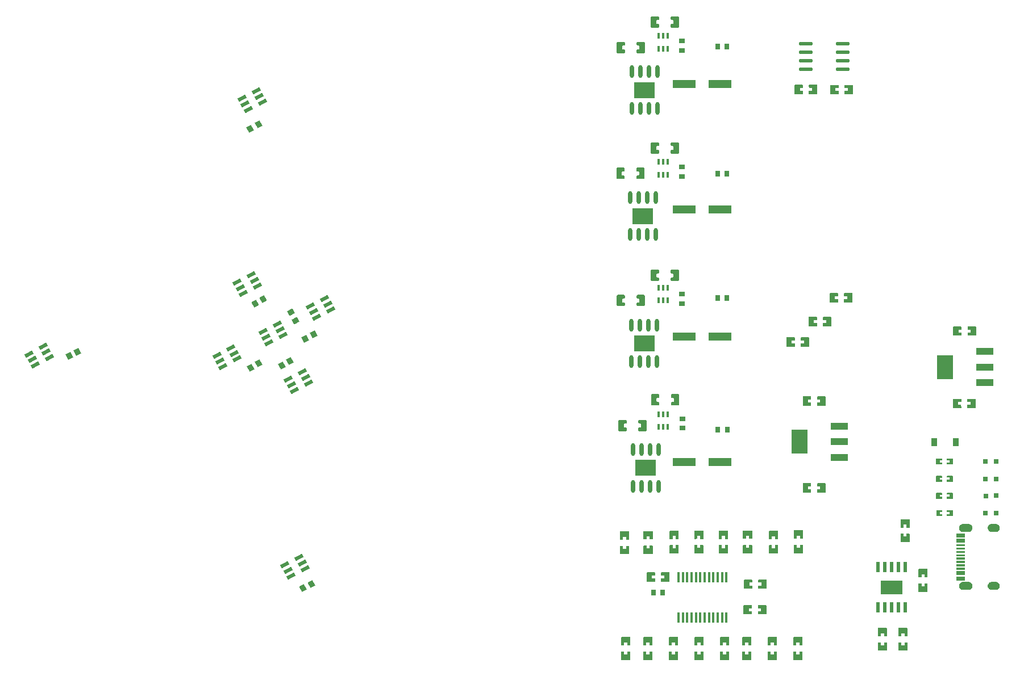
<source format=gtp>
G04 Layer: TopPasteMaskLayer*
G04 EasyEDA Pro v2.2.35.2, 2025-02-07 11:44:48*
G04 Gerber Generator version 0.3*
G04 Scale: 100 percent, Rotated: No, Reflected: No*
G04 Dimensions in millimeters*
G04 Leading zeros omitted, absolute positions, 4 integers and 5 decimals*
%FSLAX45Y45*%
%MOMM*%
%AMRect*21,1,$1,$2,0,0,$3*%
%ADD10R,0.8X0.9*%
%ADD11Rect,0.8X0.9X28.3*%
%ADD12Rect,0.8X0.9X-152.16*%
%ADD13Rect,0.8X0.9X-151.31*%
%ADD14Rect,0.8X0.9X26.57*%
%ADD15Rect,0.8X0.9X-151.44*%
%ADD16Rect,0.8X0.9X-150.95*%
%ADD17Rect,0.8X0.9X-153.43*%
%ADD18Rect,0.8052X0.9X118.86*%
%ADD19Rect,0.8X0.9X118.86*%
%ADD20R,0.8X0.9*%
%ADD21R,0.9X0.8*%
%ADD22R,0.8X0.8*%
%ADD23R,2.49999X1.1*%
%ADD24R,2.34X3.59999*%
%ADD25R,0.6X1.5*%
%ADD26R,3.29999X2.1*%
%ADD27R,0.4X1.65001*%
%ADD28Rect,1.3X0.55001X27.81*%
%ADD29O,0.60201X1.94099*%
%ADD30R,3.09801X2.41*%
%ADD31R,0.91001X1.21999*%
%ADD32O,2.045X0.58801*%
%ADD33Rect,1.3X0.55001X29.05*%
%ADD34Rect,1.3X0.55001X28.13*%
%ADD35Rect,1.3X0.55001X27.79*%
%ADD36R,0.31501X0.84099*%
%ADD37R,3.49999X1.2*%
G75*


G04 PolygonModel Start*
G36*
G01X15480924Y5103969D02*
G01X15480924Y4975971D01*
G01X15475923Y4970970D01*
G01X15360922Y4970970D01*
G01X15355923Y4975971D01*
G01X15355420Y5016974D01*
G01X15400421Y5016974D01*
G01X15400421Y5061973D01*
G01X15356421Y5061973D01*
G01X15355923Y5103969D01*
G01X15360922Y5108971D01*
G01X15475923Y5108971D01*
G01X15480924Y5103969D01*
G37*
G36*
G01X15139929Y4975969D02*
G01X15139929Y5103967D01*
G01X15144930Y5108968D01*
G01X15259931Y5108968D01*
G01X15264930Y5103967D01*
G01X15265433Y5062964D01*
G01X15220432Y5062964D01*
G01X15220432Y5017965D01*
G01X15264432Y5017965D01*
G01X15264930Y4975969D01*
G01X15259931Y4970967D01*
G01X15144930Y4970967D01*
G01X15139929Y4975969D01*
G37*
G36*
G01X15135764Y3896947D02*
G01X15135764Y4024945D01*
G01X15140766Y4029947D01*
G01X15255767Y4029947D01*
G01X15260766Y4024945D01*
G01X15261268Y3983942D01*
G01X15216267Y3983942D01*
G01X15216267Y3938944D01*
G01X15260268Y3938944D01*
G01X15260766Y3896947D01*
G01X15255767Y3891946D01*
G01X15140766Y3891946D01*
G01X15135764Y3896947D01*
G37*
G36*
G01X15476759Y4024948D02*
G01X15476759Y3896950D01*
G01X15471758Y3891949D01*
G01X15356757Y3891949D01*
G01X15351758Y3896950D01*
G01X15351256Y3937953D01*
G01X15396257Y3937953D01*
G01X15396257Y3982952D01*
G01X15352256Y3982952D01*
G01X15351758Y4024948D01*
G01X15356757Y4029949D01*
G01X15471758Y4029949D01*
G01X15476759Y4024948D01*
G37*
G36*
G01X13240089Y4060863D02*
G01X13240089Y3932865D01*
G01X13235088Y3927863D01*
G01X13120087Y3927863D01*
G01X13115088Y3932865D01*
G01X13114585Y3973868D01*
G01X13159586Y3973868D01*
G01X13159586Y4018866D01*
G01X13115586Y4018866D01*
G01X13115088Y4060863D01*
G01X13120087Y4065864D01*
G01X13235088Y4065864D01*
G01X13240089Y4060863D01*
G37*
G36*
G01X12899094Y3932862D02*
G01X12899094Y4060860D01*
G01X12904095Y4065862D01*
G01X13019096Y4065862D01*
G01X13024095Y4060860D01*
G01X13024598Y4019857D01*
G01X12979597Y4019857D01*
G01X12979597Y3974858D01*
G01X13023597Y3974858D01*
G01X13024095Y3932862D01*
G01X13019096Y3927861D01*
G01X12904095Y3927861D01*
G01X12899094Y3932862D01*
G37*
G36*
G01X12899094Y2637462D02*
G01X12899094Y2765461D01*
G01X12904095Y2770462D01*
G01X13019096Y2770462D01*
G01X13024095Y2765461D01*
G01X13024598Y2724457D01*
G01X12979597Y2724457D01*
G01X12979597Y2679459D01*
G01X13023597Y2679459D01*
G01X13024095Y2637462D01*
G01X13019096Y2632461D01*
G01X12904095Y2632461D01*
G01X12899094Y2637462D01*
G37*
G36*
G01X13240089Y2765463D02*
G01X13240089Y2637465D01*
G01X13235088Y2632464D01*
G01X13120087Y2632464D01*
G01X13115088Y2637465D01*
G01X13114585Y2678468D01*
G01X13159586Y2678468D01*
G01X13159586Y2723467D01*
G01X13115586Y2723467D01*
G01X13115088Y2765463D01*
G01X13120087Y2770464D01*
G01X13235088Y2770464D01*
G01X13240089Y2765463D01*
G37*
G36*
G01X10573703Y1307600D02*
G01X10573703Y1435598D01*
G01X10578704Y1440599D01*
G01X10693705Y1440599D01*
G01X10698704Y1435598D01*
G01X10699206Y1394595D01*
G01X10654205Y1394595D01*
G01X10654205Y1349596D01*
G01X10698206Y1349596D01*
G01X10698704Y1307600D01*
G01X10693705Y1302598D01*
G01X10578704Y1302598D01*
G01X10573703Y1307600D01*
G37*
G36*
G01X10914698Y1435600D02*
G01X10914698Y1307602D01*
G01X10909696Y1302601D01*
G01X10794695Y1302601D01*
G01X10789696Y1307602D01*
G01X10789194Y1348605D01*
G01X10834195Y1348605D01*
G01X10834195Y1393604D01*
G01X10790194Y1393604D01*
G01X10789696Y1435600D01*
G01X10794695Y1440602D01*
G01X10909696Y1440602D01*
G01X10914698Y1435600D01*
G37*
G36*
G01X10307859Y1712240D02*
G01X10179861Y1712240D01*
G01X10174860Y1717241D01*
G01X10174860Y1832242D01*
G01X10179861Y1837241D01*
G01X10220864Y1837744D01*
G01X10220864Y1792743D01*
G01X10265863Y1792743D01*
G01X10265863Y1836743D01*
G01X10307859Y1837241D01*
G01X10312860Y1832242D01*
G01X10312860Y1717241D01*
G01X10307859Y1712240D01*
G37*
G36*
G01X10307859Y1927241D02*
G01X10265863Y1927244D01*
G01X10265863Y1971742D01*
G01X10220864Y1971742D01*
G01X10220864Y1927744D01*
G01X10179861Y1927241D01*
G01X10174860Y1932242D01*
G01X10174860Y2047241D01*
G01X10179861Y2052242D01*
G01X10307859Y2052242D01*
G01X10312860Y2047241D01*
G01X10312860Y1932242D01*
G01X10307859Y1927241D01*
G37*
G36*
G01X10659764Y1717340D02*
G01X10531765Y1717340D01*
G01X10526764Y1722341D01*
G01X10526764Y1837343D01*
G01X10531765Y1842341D01*
G01X10572769Y1842844D01*
G01X10572769Y1797843D01*
G01X10617767Y1797843D01*
G01X10617767Y1841843D01*
G01X10659764Y1842341D01*
G01X10664765Y1837343D01*
G01X10664765Y1722341D01*
G01X10659764Y1717340D01*
G37*
G36*
G01X10659764Y1932341D02*
G01X10617767Y1932344D01*
G01X10617767Y1976842D01*
G01X10572769Y1976842D01*
G01X10572769Y1932844D01*
G01X10531765Y1932341D01*
G01X10526764Y1937342D01*
G01X10526764Y2052341D01*
G01X10531765Y2057342D01*
G01X10659764Y2057342D01*
G01X10664765Y2052341D01*
G01X10664765Y1937342D01*
G01X10659764Y1932341D01*
G37*
G36*
G01X15131689Y2628298D02*
G01X15051689Y2628298D01*
G01X15046688Y2623297D01*
G01X15046688Y2600500D01*
G01X15083688Y2600500D01*
G01X15083688Y2567500D01*
G01X15046688Y2567500D01*
G01X15046688Y2543297D01*
G01X15051689Y2538298D01*
G01X15131689Y2538298D01*
G01X15136688Y2543297D01*
G01X15136688Y2623297D01*
G01X15131689Y2628298D01*
G37*
G36*
G01X14892685Y2538300D02*
G01X14972685Y2538300D01*
G01X14977686Y2543302D01*
G01X14977686Y2566098D01*
G01X14940686Y2566098D01*
G01X14940686Y2599098D01*
G01X14977686Y2599098D01*
G01X14977686Y2623302D01*
G01X14972685Y2628300D01*
G01X14892685Y2628300D01*
G01X14887687Y2623302D01*
G01X14887687Y2543302D01*
G01X14892685Y2538300D01*
G37*
G36*
G01X15132211Y2368474D02*
G01X15052211Y2368474D01*
G01X15047209Y2363473D01*
G01X15047209Y2340677D01*
G01X15084210Y2340677D01*
G01X15084210Y2307677D01*
G01X15047209Y2307677D01*
G01X15047209Y2283473D01*
G01X15052211Y2278474D01*
G01X15132211Y2278474D01*
G01X15137209Y2283473D01*
G01X15137209Y2363473D01*
G01X15132211Y2368474D01*
G37*
G36*
G01X14893207Y2278477D02*
G01X14973207Y2278477D01*
G01X14978208Y2283478D01*
G01X14978208Y2306275D01*
G01X14941208Y2306275D01*
G01X14941208Y2339274D01*
G01X14978208Y2339274D01*
G01X14978208Y2363478D01*
G01X14973207Y2368477D01*
G01X14893207Y2368477D01*
G01X14888208Y2363478D01*
G01X14888208Y2283478D01*
G01X14893207Y2278477D01*
G37*
G36*
G01X10197600Y474802D02*
G01X10325598Y474802D01*
G01X10330599Y469801D01*
G01X10330599Y354800D01*
G01X10325598Y349801D01*
G01X10284595Y349298D01*
G01X10284595Y394299D01*
G01X10239596Y394299D01*
G01X10239596Y350299D01*
G01X10197600Y349801D01*
G01X10192598Y354800D01*
G01X10192598Y469801D01*
G01X10197600Y474802D01*
G37*
G36*
G01X10197600Y259801D02*
G01X10239596Y259799D01*
G01X10239596Y215301D01*
G01X10284595Y215301D01*
G01X10284595Y259298D01*
G01X10325598Y259801D01*
G01X10330599Y254800D01*
G01X10330599Y139802D01*
G01X10325598Y134800D01*
G01X10197600Y134800D01*
G01X10192598Y139802D01*
G01X10192598Y254800D01*
G01X10197600Y259801D01*
G37*
G36*
G01X10527800Y474802D02*
G01X10655798Y474802D01*
G01X10660799Y469801D01*
G01X10660799Y354800D01*
G01X10655798Y349801D01*
G01X10614795Y349298D01*
G01X10614795Y394299D01*
G01X10569796Y394299D01*
G01X10569796Y350299D01*
G01X10527800Y349801D01*
G01X10522798Y354800D01*
G01X10522798Y469801D01*
G01X10527800Y474802D01*
G37*
G36*
G01X10527800Y259801D02*
G01X10569796Y259799D01*
G01X10569796Y215301D01*
G01X10614795Y215301D01*
G01X10614795Y259298D01*
G01X10655798Y259801D01*
G01X10660799Y254800D01*
G01X10660799Y139802D01*
G01X10655798Y134800D01*
G01X10527800Y134800D01*
G01X10522798Y139802D01*
G01X10522798Y254800D01*
G01X10527800Y259801D01*
G37*
G36*
G01X10908800Y474802D02*
G01X11036798Y474802D01*
G01X11041799Y469801D01*
G01X11041799Y354800D01*
G01X11036798Y349801D01*
G01X10995795Y349298D01*
G01X10995795Y394299D01*
G01X10950796Y394299D01*
G01X10950796Y350299D01*
G01X10908800Y349801D01*
G01X10903798Y354800D01*
G01X10903798Y469801D01*
G01X10908800Y474802D01*
G37*
G36*
G01X10908800Y259801D02*
G01X10950796Y259799D01*
G01X10950796Y215301D01*
G01X10995795Y215301D01*
G01X10995795Y259298D01*
G01X11036798Y259801D01*
G01X11041799Y254800D01*
G01X11041799Y139802D01*
G01X11036798Y134800D01*
G01X10908800Y134800D01*
G01X10903798Y139802D01*
G01X10903798Y254800D01*
G01X10908800Y259801D01*
G37*
G36*
G01X11289800Y474802D02*
G01X11417798Y474802D01*
G01X11422799Y469801D01*
G01X11422799Y354800D01*
G01X11417798Y349801D01*
G01X11376795Y349298D01*
G01X11376795Y394299D01*
G01X11331796Y394299D01*
G01X11331796Y350299D01*
G01X11289800Y349801D01*
G01X11284798Y354800D01*
G01X11284798Y469801D01*
G01X11289800Y474802D01*
G37*
G36*
G01X11289800Y259801D02*
G01X11331796Y259799D01*
G01X11331796Y215301D01*
G01X11376795Y215301D01*
G01X11376795Y259298D01*
G01X11417798Y259801D01*
G01X11422799Y254800D01*
G01X11422799Y139802D01*
G01X11417798Y134800D01*
G01X11289800Y134800D01*
G01X11284798Y139802D01*
G01X11284798Y254800D01*
G01X11289800Y259801D01*
G37*
G36*
G01X11670800Y474802D02*
G01X11798798Y474802D01*
G01X11803799Y469801D01*
G01X11803799Y354800D01*
G01X11798798Y349801D01*
G01X11757795Y349298D01*
G01X11757795Y394299D01*
G01X11712796Y394299D01*
G01X11712796Y350299D01*
G01X11670800Y349801D01*
G01X11665798Y354800D01*
G01X11665798Y469801D01*
G01X11670800Y474802D01*
G37*
G36*
G01X11670800Y259801D02*
G01X11712796Y259799D01*
G01X11712796Y215301D01*
G01X11757795Y215301D01*
G01X11757795Y259298D01*
G01X11798798Y259801D01*
G01X11803799Y254800D01*
G01X11803799Y139802D01*
G01X11798798Y134800D01*
G01X11670800Y134800D01*
G01X11665798Y139802D01*
G01X11665798Y254800D01*
G01X11670800Y259801D01*
G37*
G36*
G01X12001000Y474802D02*
G01X12128998Y474802D01*
G01X12133999Y469801D01*
G01X12133999Y354800D01*
G01X12128998Y349801D01*
G01X12087995Y349298D01*
G01X12087995Y394299D01*
G01X12042996Y394299D01*
G01X12042996Y350299D01*
G01X12001000Y349801D01*
G01X11995998Y354800D01*
G01X11995998Y469801D01*
G01X12001000Y474802D01*
G37*
G36*
G01X12001000Y259801D02*
G01X12042996Y259799D01*
G01X12042996Y215301D01*
G01X12087995Y215301D01*
G01X12087995Y259298D01*
G01X12128998Y259801D01*
G01X12133999Y254800D01*
G01X12133999Y139802D01*
G01X12128998Y134800D01*
G01X12001000Y134800D01*
G01X11995998Y139802D01*
G01X11995998Y254800D01*
G01X12001000Y259801D01*
G37*
G36*
G01X12382000Y474802D02*
G01X12509998Y474802D01*
G01X12514999Y469801D01*
G01X12514999Y354800D01*
G01X12509998Y349801D01*
G01X12468995Y349298D01*
G01X12468995Y394299D01*
G01X12423996Y394299D01*
G01X12423996Y350299D01*
G01X12382000Y349801D01*
G01X12376998Y354800D01*
G01X12376998Y469801D01*
G01X12382000Y474802D01*
G37*
G36*
G01X12382000Y259801D02*
G01X12423996Y259799D01*
G01X12423996Y215301D01*
G01X12468995Y215301D01*
G01X12468995Y259298D01*
G01X12509998Y259801D01*
G01X12514999Y254800D01*
G01X12514999Y139802D01*
G01X12509998Y134800D01*
G01X12382000Y134800D01*
G01X12376998Y139802D01*
G01X12376998Y254800D01*
G01X12382000Y259801D01*
G37*
G36*
G01X12763000Y474802D02*
G01X12890998Y474802D01*
G01X12895999Y469801D01*
G01X12895999Y354800D01*
G01X12890998Y349801D01*
G01X12849995Y349298D01*
G01X12849995Y394299D01*
G01X12804996Y394299D01*
G01X12804996Y350299D01*
G01X12763000Y349801D01*
G01X12757998Y354800D01*
G01X12757998Y469801D01*
G01X12763000Y474802D01*
G37*
G36*
G01X12763000Y259801D02*
G01X12804996Y259799D01*
G01X12804996Y215301D01*
G01X12849995Y215301D01*
G01X12849995Y259298D01*
G01X12890998Y259801D01*
G01X12895999Y254800D01*
G01X12895999Y139802D01*
G01X12890998Y134800D01*
G01X12763000Y134800D01*
G01X12757998Y139802D01*
G01X12757998Y254800D01*
G01X12763000Y259801D01*
G37*
G36*
G01X12016982Y818629D02*
G01X12016982Y946627D01*
G01X12021983Y951629D01*
G01X12136984Y951629D01*
G01X12141983Y946627D01*
G01X12142485Y905624D01*
G01X12097484Y905624D01*
G01X12097484Y860625D01*
G01X12141485Y860625D01*
G01X12141983Y818629D01*
G01X12136984Y813628D01*
G01X12021983Y813628D01*
G01X12016982Y818629D01*
G37*
G36*
G01X12231982Y818629D02*
G01X12231985Y860625D01*
G01X12276483Y860625D01*
G01X12276483Y905624D01*
G01X12232485Y905624D01*
G01X12231982Y946627D01*
G01X12236984Y951629D01*
G01X12351982Y951629D01*
G01X12356983Y946627D01*
G01X12356983Y818629D01*
G01X12351982Y813628D01*
G01X12236984Y813628D01*
G01X12231982Y818629D01*
G37*
G36*
G01X12022082Y1201134D02*
G01X12022082Y1329132D01*
G01X12027083Y1334133D01*
G01X12142084Y1334133D01*
G01X12147083Y1329132D01*
G01X12147586Y1288129D01*
G01X12102584Y1288129D01*
G01X12102584Y1243130D01*
G01X12146585Y1243130D01*
G01X12147083Y1201134D01*
G01X12142084Y1196133D01*
G01X12027083Y1196133D01*
G01X12022082Y1201134D01*
G37*
G36*
G01X12237082Y1201134D02*
G01X12237085Y1243130D01*
G01X12281583Y1243130D01*
G01X12281583Y1288129D01*
G01X12237585Y1288129D01*
G01X12237082Y1329132D01*
G01X12242084Y1334133D01*
G01X12357082Y1334133D01*
G01X12362083Y1329132D01*
G01X12362083Y1201134D01*
G01X12357082Y1196133D01*
G01X12242084Y1196133D01*
G01X12237082Y1201134D01*
G37*
G36*
G01X12898693Y1727540D02*
G01X12770694Y1727540D01*
G01X12765693Y1732542D01*
G01X12765693Y1847543D01*
G01X12770694Y1852541D01*
G01X12811698Y1853044D01*
G01X12811698Y1808043D01*
G01X12856696Y1808043D01*
G01X12856696Y1852044D01*
G01X12898693Y1852541D01*
G01X12903694Y1847543D01*
G01X12903694Y1732542D01*
G01X12898693Y1727540D01*
G37*
G36*
G01X12898693Y1942541D02*
G01X12856696Y1942544D01*
G01X12856696Y1987042D01*
G01X12811698Y1987042D01*
G01X12811698Y1943044D01*
G01X12770694Y1942541D01*
G01X12765693Y1947542D01*
G01X12765693Y2062541D01*
G01X12770694Y2067542D01*
G01X12898693Y2067542D01*
G01X12903694Y2062541D01*
G01X12903694Y1947542D01*
G01X12898693Y1942541D01*
G37*
G36*
G01X12527357Y1722017D02*
G01X12399359Y1722017D01*
G01X12394358Y1727018D01*
G01X12394358Y1842019D01*
G01X12399359Y1847018D01*
G01X12440362Y1847521D01*
G01X12440362Y1802520D01*
G01X12485361Y1802520D01*
G01X12485361Y1846520D01*
G01X12527357Y1847018D01*
G01X12532358Y1842019D01*
G01X12532358Y1727018D01*
G01X12527357Y1722017D01*
G37*
G36*
G01X12527357Y1937018D02*
G01X12485361Y1937020D01*
G01X12485361Y1981519D01*
G01X12440362Y1981519D01*
G01X12440362Y1937521D01*
G01X12399359Y1937018D01*
G01X12394358Y1942019D01*
G01X12394358Y2057017D01*
G01X12399359Y2062019D01*
G01X12527357Y2062019D01*
G01X12532358Y2057017D01*
G01X12532358Y1942019D01*
G01X12527357Y1937018D01*
G37*
G36*
G01X12140491Y1724926D02*
G01X12012493Y1724926D01*
G01X12007491Y1729927D01*
G01X12007491Y1844928D01*
G01X12012493Y1849927D01*
G01X12053496Y1850430D01*
G01X12053496Y1805428D01*
G01X12098494Y1805428D01*
G01X12098494Y1849429D01*
G01X12140491Y1849927D01*
G01X12145492Y1844928D01*
G01X12145492Y1729927D01*
G01X12140491Y1724926D01*
G37*
G36*
G01X12140491Y1939927D02*
G01X12098494Y1939929D01*
G01X12098494Y1984427D01*
G01X12053496Y1984427D01*
G01X12053496Y1940429D01*
G01X12012493Y1939927D01*
G01X12007491Y1944928D01*
G01X12007491Y2059926D01*
G01X12012493Y2064928D01*
G01X12140491Y2064928D01*
G01X12145492Y2059926D01*
G01X12145492Y1944928D01*
G01X12140491Y1939927D01*
G37*
G36*
G01X11781778Y1722440D02*
G01X11653780Y1722440D01*
G01X11648779Y1727442D01*
G01X11648779Y1842443D01*
G01X11653780Y1847441D01*
G01X11694783Y1847944D01*
G01X11694783Y1802943D01*
G01X11739782Y1802943D01*
G01X11739782Y1846943D01*
G01X11781778Y1847441D01*
G01X11786779Y1842443D01*
G01X11786779Y1727442D01*
G01X11781778Y1722440D01*
G37*
G36*
G01X11781778Y1937441D02*
G01X11739782Y1937444D01*
G01X11739782Y1981942D01*
G01X11694783Y1981942D01*
G01X11694783Y1937944D01*
G01X11653780Y1937441D01*
G01X11648779Y1942442D01*
G01X11648779Y2057441D01*
G01X11653780Y2062442D01*
G01X11781778Y2062442D01*
G01X11786779Y2057441D01*
G01X11786779Y1942442D01*
G01X11781778Y1937441D01*
G37*
G36*
G01X11416382Y1724050D02*
G01X11288384Y1724050D01*
G01X11283382Y1729051D01*
G01X11283382Y1844052D01*
G01X11288384Y1849051D01*
G01X11329387Y1849554D01*
G01X11329387Y1804553D01*
G01X11374385Y1804553D01*
G01X11374385Y1848553D01*
G01X11416382Y1849051D01*
G01X11421383Y1844052D01*
G01X11421383Y1729051D01*
G01X11416382Y1724050D01*
G37*
G36*
G01X11416382Y1939051D02*
G01X11374385Y1939054D01*
G01X11374385Y1983552D01*
G01X11329387Y1983552D01*
G01X11329387Y1939554D01*
G01X11288384Y1939051D01*
G01X11283382Y1944052D01*
G01X11283382Y2059051D01*
G01X11288384Y2064052D01*
G01X11416382Y2064052D01*
G01X11421383Y2059051D01*
G01X11421383Y1944052D01*
G01X11416382Y1939051D01*
G37*
G36*
G01X11047369Y1722440D02*
G01X10919370Y1722440D01*
G01X10914369Y1727442D01*
G01X10914369Y1842443D01*
G01X10919370Y1847441D01*
G01X10960374Y1847944D01*
G01X10960374Y1802943D01*
G01X11005372Y1802943D01*
G01X11005372Y1846943D01*
G01X11047369Y1847441D01*
G01X11052370Y1842443D01*
G01X11052370Y1727442D01*
G01X11047369Y1722440D01*
G37*
G36*
G01X11047369Y1937441D02*
G01X11005372Y1937444D01*
G01X11005372Y1981942D01*
G01X10960374Y1981942D01*
G01X10960374Y1937944D01*
G01X10919370Y1937441D01*
G01X10914369Y1942442D01*
G01X10914369Y2057441D01*
G01X10919370Y2062442D01*
G01X11047369Y2062442D01*
G01X11052370Y2057441D01*
G01X11052370Y1942442D01*
G01X11047369Y1937441D01*
G37*
G36*
G01X10419439Y7317653D02*
G01X10419439Y7353784D01*
G01X10429439Y7363784D01*
G01X10450495Y7363784D01*
G01X10460495Y7373784D01*
G01X10460495Y7411620D01*
G01X10450495Y7421620D01*
G01X10429439Y7421620D01*
G01X10419439Y7431620D01*
G01X10419439Y7467751D01*
G01X10429439Y7477751D01*
G01X10530190Y7477751D01*
G01X10540190Y7467751D01*
G01X10540190Y7317653D01*
G01X10530190Y7307653D01*
G01X10429439Y7307653D01*
G01X10419439Y7317653D01*
G37*
G36*
G01X10244438Y7317653D02*
G01X10244438Y7353784D01*
G01X10234438Y7363784D01*
G01X10213381Y7363784D01*
G01X10203381Y7373784D01*
G01X10203381Y7411620D01*
G01X10213381Y7421620D01*
G01X10234438Y7421620D01*
G01X10244438Y7431620D01*
G01X10244438Y7467751D01*
G01X10234438Y7477751D01*
G01X10133686Y7477751D01*
G01X10123686Y7467751D01*
G01X10123686Y7317653D01*
G01X10133686Y7307653D01*
G01X10234438Y7307653D01*
G01X10244438Y7317653D01*
G37*
G36*
G01X10450700Y3557151D02*
G01X10450700Y3593282D01*
G01X10460700Y3603282D01*
G01X10481757Y3603282D01*
G01X10491757Y3613282D01*
G01X10491757Y3651118D01*
G01X10481757Y3661118D01*
G01X10460700Y3661118D01*
G01X10450700Y3671118D01*
G01X10450700Y3707249D01*
G01X10460700Y3717249D01*
G01X10561452Y3717249D01*
G01X10571452Y3707249D01*
G01X10571452Y3557151D01*
G01X10561452Y3547151D01*
G01X10460700Y3547151D01*
G01X10450700Y3557151D01*
G37*
G36*
G01X10275700Y3557151D02*
G01X10275700Y3593282D01*
G01X10265700Y3603282D01*
G01X10244643Y3603282D01*
G01X10234643Y3613282D01*
G01X10234643Y3651118D01*
G01X10244643Y3661118D01*
G01X10265700Y3661118D01*
G01X10275700Y3671118D01*
G01X10275700Y3707249D01*
G01X10265700Y3717249D01*
G01X10164948Y3717249D01*
G01X10154948Y3707249D01*
G01X10154948Y3557151D01*
G01X10164948Y3547151D01*
G01X10265700Y3547151D01*
G01X10275700Y3557151D01*
G37*
G36*
G01X14327098Y613250D02*
G01X14455096Y613250D01*
G01X14460097Y608249D01*
G01X14460097Y493248D01*
G01X14455096Y488249D01*
G01X14414093Y487746D01*
G01X14414093Y532747D01*
G01X14369094Y532747D01*
G01X14369094Y488747D01*
G01X14327098Y488249D01*
G01X14322097Y493248D01*
G01X14322097Y608249D01*
G01X14327098Y613250D01*
G37*
G36*
G01X14327098Y398249D02*
G01X14369094Y398247D01*
G01X14369094Y353748D01*
G01X14414093Y353748D01*
G01X14414093Y397746D01*
G01X14455096Y398249D01*
G01X14460097Y393248D01*
G01X14460097Y278249D01*
G01X14455096Y273248D01*
G01X14327098Y273248D01*
G01X14322097Y278249D01*
G01X14322097Y393248D01*
G01X14327098Y398249D01*
G37*
G36*
G01X14489082Y1892894D02*
G01X14361083Y1892894D01*
G01X14356082Y1897895D01*
G01X14356082Y2012896D01*
G01X14361083Y2017895D01*
G01X14402087Y2018398D01*
G01X14402087Y1973397D01*
G01X14447085Y1973397D01*
G01X14447085Y2017397D01*
G01X14489082Y2017895D01*
G01X14494083Y2012896D01*
G01X14494083Y1897895D01*
G01X14489082Y1892894D01*
G37*
G36*
G01X14489082Y2107895D02*
G01X14447085Y2107897D01*
G01X14447085Y2152396D01*
G01X14402087Y2152396D01*
G01X14402087Y2108398D01*
G01X14361083Y2107895D01*
G01X14356082Y2112896D01*
G01X14356082Y2227895D01*
G01X14361083Y2232896D01*
G01X14489082Y2232896D01*
G01X14494083Y2227895D01*
G01X14494083Y2112896D01*
G01X14489082Y2107895D01*
G37*
G36*
G01X14892150Y3048644D02*
G01X14972150Y3048644D01*
G01X14977151Y3053645D01*
G01X14977151Y3076442D01*
G01X14940151Y3076442D01*
G01X14940151Y3109441D01*
G01X14977151Y3109441D01*
G01X14977151Y3133645D01*
G01X14972150Y3138644D01*
G01X14892150Y3138644D01*
G01X14887152Y3133645D01*
G01X14887152Y3053645D01*
G01X14892150Y3048644D01*
G37*
G36*
G01X15131154Y3138641D02*
G01X15051154Y3138641D01*
G01X15046153Y3133640D01*
G01X15046153Y3110843D01*
G01X15083153Y3110843D01*
G01X15083153Y3077844D01*
G01X15046153Y3077844D01*
G01X15046153Y3053640D01*
G01X15051154Y3048641D01*
G01X15131154Y3048641D01*
G01X15136153Y3053640D01*
G01X15136153Y3133640D01*
G01X15131154Y3138641D01*
G37*
G36*
G01X14022298Y613250D02*
G01X14150296Y613250D01*
G01X14155297Y608249D01*
G01X14155297Y493248D01*
G01X14150296Y488249D01*
G01X14109293Y487746D01*
G01X14109293Y532747D01*
G01X14064294Y532747D01*
G01X14064294Y488747D01*
G01X14022298Y488249D01*
G01X14017297Y493248D01*
G01X14017297Y608249D01*
G01X14022298Y613250D01*
G37*
G36*
G01X14022298Y398249D02*
G01X14064294Y398247D01*
G01X14064294Y353748D01*
G01X14109293Y353748D01*
G01X14109293Y397746D01*
G01X14150296Y398249D01*
G01X14155297Y393248D01*
G01X14155297Y278249D01*
G01X14150296Y273248D01*
G01X14022298Y273248D01*
G01X14017297Y278249D01*
G01X14017297Y393248D01*
G01X14022298Y398249D01*
G37*
G36*
G01X14892426Y2792392D02*
G01X14972426Y2792392D01*
G01X14977427Y2797393D01*
G01X14977427Y2820189D01*
G01X14940427Y2820189D01*
G01X14940427Y2853189D01*
G01X14977427Y2853189D01*
G01X14977427Y2877393D01*
G01X14972426Y2882391D01*
G01X14892426Y2882391D01*
G01X14887427Y2877393D01*
G01X14887427Y2797393D01*
G01X14892426Y2792392D01*
G37*
G36*
G01X15131430Y2882389D02*
G01X15051430Y2882389D01*
G01X15046429Y2877388D01*
G01X15046429Y2854591D01*
G01X15083429Y2854591D01*
G01X15083429Y2821592D01*
G01X15046429Y2821592D01*
G01X15046429Y2797388D01*
G01X15051430Y2792389D01*
G01X15131430Y2792389D01*
G01X15136429Y2797388D01*
G01X15136429Y2877388D01*
G01X15131430Y2882389D01*
G37*
G36*
G01X12996351Y4940800D02*
G01X12996351Y4812802D01*
G01X12991350Y4807801D01*
G01X12876349Y4807801D01*
G01X12871350Y4812802D01*
G01X12870847Y4853805D01*
G01X12915848Y4853805D01*
G01X12915848Y4898804D01*
G01X12871848Y4898804D01*
G01X12871350Y4940800D01*
G01X12876349Y4945802D01*
G01X12991350Y4945802D01*
G01X12996351Y4940800D01*
G37*
G36*
G01X12781350Y4940800D02*
G01X12781348Y4898804D01*
G01X12736850Y4898804D01*
G01X12736850Y4853805D01*
G01X12780847Y4853805D01*
G01X12781350Y4812802D01*
G01X12776349Y4807801D01*
G01X12661351Y4807801D01*
G01X12656349Y4812802D01*
G01X12656349Y4940800D01*
G01X12661351Y4945802D01*
G01X12776349Y4945802D01*
G01X12781350Y4940800D01*
G37*
G36*
G01X13326551Y5245600D02*
G01X13326551Y5117602D01*
G01X13321550Y5112601D01*
G01X13206549Y5112601D01*
G01X13201550Y5117602D01*
G01X13201047Y5158605D01*
G01X13246048Y5158605D01*
G01X13246048Y5203604D01*
G01X13202048Y5203604D01*
G01X13201550Y5245600D01*
G01X13206549Y5250602D01*
G01X13321550Y5250602D01*
G01X13326551Y5245600D01*
G37*
G36*
G01X13111550Y5245600D02*
G01X13111548Y5203604D01*
G01X13067050Y5203604D01*
G01X13067050Y5158605D01*
G01X13111047Y5158605D01*
G01X13111550Y5117602D01*
G01X13106549Y5112601D01*
G01X12991551Y5112601D01*
G01X12986549Y5117602D01*
G01X12986549Y5245600D01*
G01X12991551Y5250602D01*
G01X13106549Y5250602D01*
G01X13111550Y5245600D01*
G37*
G36*
G01X13640177Y5601200D02*
G01X13640177Y5473202D01*
G01X13635176Y5468201D01*
G01X13520175Y5468201D01*
G01X13515176Y5473202D01*
G01X13514674Y5514205D01*
G01X13559675Y5514205D01*
G01X13559675Y5559204D01*
G01X13515674Y5559204D01*
G01X13515176Y5601200D01*
G01X13520175Y5606202D01*
G01X13635176Y5606202D01*
G01X13640177Y5601200D01*
G37*
G36*
G01X13425177Y5601200D02*
G01X13425174Y5559204D01*
G01X13380676Y5559204D01*
G01X13380676Y5514205D01*
G01X13424674Y5514205D01*
G01X13425177Y5473202D01*
G01X13420175Y5468201D01*
G01X13305177Y5468201D01*
G01X13300176Y5473202D01*
G01X13300176Y5601200D01*
G01X13305177Y5606202D01*
G01X13420175Y5606202D01*
G01X13425177Y5601200D01*
G37*
G36*
G01X10933300Y7697351D02*
G01X10933300Y7733482D01*
G01X10943300Y7743482D01*
G01X10964357Y7743482D01*
G01X10974357Y7753482D01*
G01X10974357Y7791318D01*
G01X10964357Y7801318D01*
G01X10943300Y7801318D01*
G01X10933300Y7811318D01*
G01X10933300Y7847449D01*
G01X10943300Y7857449D01*
G01X11044052Y7857449D01*
G01X11054052Y7847449D01*
G01X11054052Y7697351D01*
G01X11044052Y7687351D01*
G01X10943300Y7687351D01*
G01X10933300Y7697351D01*
G37*
G36*
G01X10758300Y7697351D02*
G01X10758300Y7733482D01*
G01X10748300Y7743482D01*
G01X10727243Y7743482D01*
G01X10717243Y7753482D01*
G01X10717243Y7791318D01*
G01X10727243Y7801318D01*
G01X10748300Y7801318D01*
G01X10758300Y7811318D01*
G01X10758300Y7847449D01*
G01X10748300Y7857449D01*
G01X10647548Y7857449D01*
G01X10637548Y7847449D01*
G01X10637548Y7697351D01*
G01X10647548Y7687351D01*
G01X10748300Y7687351D01*
G01X10758300Y7697351D01*
G37*
G36*
G01X10937860Y3939453D02*
G01X10937860Y3975584D01*
G01X10947860Y3985584D01*
G01X10968917Y3985584D01*
G01X10978917Y3995584D01*
G01X10978917Y4033420D01*
G01X10968917Y4043420D01*
G01X10947860Y4043420D01*
G01X10937860Y4053420D01*
G01X10937860Y4089551D01*
G01X10947860Y4099551D01*
G01X11048612Y4099551D01*
G01X11058612Y4089551D01*
G01X11058612Y3939453D01*
G01X11048612Y3929453D01*
G01X10947860Y3929453D01*
G01X10937860Y3939453D01*
G37*
G36*
G01X10762859Y3939453D02*
G01X10762859Y3975584D01*
G01X10752859Y3985584D01*
G01X10731803Y3985584D01*
G01X10721803Y3995584D01*
G01X10721803Y4033420D01*
G01X10731803Y4043420D01*
G01X10752859Y4043420D01*
G01X10762859Y4053420D01*
G01X10762859Y4089551D01*
G01X10752859Y4099551D01*
G01X10652108Y4099551D01*
G01X10642108Y4089551D01*
G01X10642108Y3939453D01*
G01X10652108Y3929453D01*
G01X10752859Y3929453D01*
G01X10762859Y3939453D01*
G37*
G36*
G01X13308001Y8578888D02*
G01X13308001Y8706887D01*
G01X13313002Y8711888D01*
G01X13428003Y8711888D01*
G01X13433002Y8706887D01*
G01X13433505Y8665883D01*
G01X13388504Y8665883D01*
G01X13388504Y8620885D01*
G01X13432504Y8620885D01*
G01X13433002Y8578888D01*
G01X13428003Y8573887D01*
G01X13313002Y8573887D01*
G01X13308001Y8578888D01*
G37*
G36*
G01X13523002Y8578888D02*
G01X13523004Y8620885D01*
G01X13567502Y8620885D01*
G01X13567502Y8665883D01*
G01X13523505Y8665883D01*
G01X13523002Y8706887D01*
G01X13528003Y8711888D01*
G01X13643001Y8711888D01*
G01X13648003Y8706887D01*
G01X13648003Y8578888D01*
G01X13643001Y8573887D01*
G01X13528003Y8573887D01*
G01X13523002Y8578888D01*
G37*
G36*
G01X12776260Y8581027D02*
G01X12776260Y8709026D01*
G01X12781261Y8714027D01*
G01X12896262Y8714027D01*
G01X12901261Y8709026D01*
G01X12901764Y8668022D01*
G01X12856762Y8668022D01*
G01X12856762Y8623024D01*
G01X12900763Y8623024D01*
G01X12901261Y8581027D01*
G01X12896262Y8576026D01*
G01X12781261Y8576026D01*
G01X12776260Y8581027D01*
G37*
G36*
G01X12991261Y8581027D02*
G01X12991263Y8623024D01*
G01X13035761Y8623024D01*
G01X13035761Y8668022D01*
G01X12991763Y8668022D01*
G01X12991261Y8709026D01*
G01X12996262Y8714027D01*
G01X13111260Y8714027D01*
G01X13116262Y8709026D01*
G01X13116262Y8581027D01*
G01X13111260Y8576026D01*
G01X12996262Y8576026D01*
G01X12991261Y8581027D01*
G37*
G36*
G01X10424649Y5421120D02*
G01X10424649Y5457251D01*
G01X10434649Y5467251D01*
G01X10455706Y5467251D01*
G01X10465706Y5477251D01*
G01X10465706Y5515087D01*
G01X10455706Y5525087D01*
G01X10434649Y5525087D01*
G01X10424649Y5535087D01*
G01X10424649Y5571218D01*
G01X10434649Y5581218D01*
G01X10535401Y5581218D01*
G01X10545401Y5571218D01*
G01X10545401Y5421120D01*
G01X10535401Y5411120D01*
G01X10434649Y5411120D01*
G01X10424649Y5421120D01*
G37*
G36*
G01X10249649Y5421120D02*
G01X10249649Y5457251D01*
G01X10239649Y5467251D01*
G01X10218592Y5467251D01*
G01X10208592Y5477251D01*
G01X10208592Y5515087D01*
G01X10218592Y5525087D01*
G01X10239649Y5525087D01*
G01X10249649Y5535087D01*
G01X10249649Y5571218D01*
G01X10239649Y5581218D01*
G01X10138897Y5581218D01*
G01X10128897Y5571218D01*
G01X10128897Y5421120D01*
G01X10138897Y5411120D01*
G01X10239649Y5411120D01*
G01X10249649Y5421120D01*
G37*
G36*
G01X14627500Y1492545D02*
G01X14755498Y1492545D01*
G01X14760500Y1487544D01*
G01X14760500Y1372543D01*
G01X14755498Y1367544D01*
G01X14714495Y1367041D01*
G01X14714495Y1412043D01*
G01X14669496Y1412043D01*
G01X14669496Y1368042D01*
G01X14627500Y1367544D01*
G01X14622499Y1372543D01*
G01X14622499Y1487544D01*
G01X14627500Y1492545D01*
G37*
G36*
G01X14755501Y1151550D02*
G01X14627503Y1151550D01*
G01X14622501Y1156552D01*
G01X14622501Y1271553D01*
G01X14627503Y1276551D01*
G01X14668506Y1277054D01*
G01X14668506Y1232053D01*
G01X14713504Y1232053D01*
G01X14713504Y1276054D01*
G01X14755501Y1276551D01*
G01X14760502Y1271553D01*
G01X14760502Y1156552D01*
G01X14755501Y1151550D01*
G37*
G36*
G01X10425300Y9195951D02*
G01X10425300Y9232082D01*
G01X10435300Y9242082D01*
G01X10456357Y9242082D01*
G01X10466357Y9252082D01*
G01X10466357Y9289918D01*
G01X10456357Y9299918D01*
G01X10435300Y9299918D01*
G01X10425300Y9309918D01*
G01X10425300Y9346049D01*
G01X10435300Y9356049D01*
G01X10536052Y9356049D01*
G01X10546052Y9346049D01*
G01X10546052Y9195951D01*
G01X10536052Y9185951D01*
G01X10435300Y9185951D01*
G01X10425300Y9195951D01*
G37*
G36*
G01X10250300Y9195951D02*
G01X10250300Y9232082D01*
G01X10240300Y9242082D01*
G01X10219243Y9242082D01*
G01X10209243Y9252082D01*
G01X10209243Y9289918D01*
G01X10219243Y9299918D01*
G01X10240300Y9299918D01*
G01X10250300Y9309918D01*
G01X10250300Y9346049D01*
G01X10240300Y9356049D01*
G01X10139548Y9356049D01*
G01X10129548Y9346049D01*
G01X10129548Y9195951D01*
G01X10139548Y9185951D01*
G01X10240300Y9185951D01*
G01X10250300Y9195951D01*
G37*
G36*
G01X10933300Y9576951D02*
G01X10933300Y9613082D01*
G01X10943300Y9623082D01*
G01X10964357Y9623082D01*
G01X10974357Y9633082D01*
G01X10974357Y9670918D01*
G01X10964357Y9680918D01*
G01X10943300Y9680918D01*
G01X10933300Y9690918D01*
G01X10933300Y9727049D01*
G01X10943300Y9737049D01*
G01X11044052Y9737049D01*
G01X11054052Y9727049D01*
G01X11054052Y9576951D01*
G01X11044052Y9566951D01*
G01X10943300Y9566951D01*
G01X10933300Y9576951D01*
G37*
G36*
G01X10758300Y9576951D02*
G01X10758300Y9613082D01*
G01X10748300Y9623082D01*
G01X10727243Y9623082D01*
G01X10717243Y9633082D01*
G01X10717243Y9670918D01*
G01X10727243Y9680918D01*
G01X10748300Y9680918D01*
G01X10758300Y9690918D01*
G01X10758300Y9727049D01*
G01X10748300Y9737049D01*
G01X10647548Y9737049D01*
G01X10637548Y9727049D01*
G01X10637548Y9576951D01*
G01X10647548Y9566951D01*
G01X10748300Y9566951D01*
G01X10758300Y9576951D01*
G37*
G36*
G01X10932649Y5795607D02*
G01X10932649Y5831738D01*
G01X10942649Y5841738D01*
G01X10963706Y5841738D01*
G01X10973706Y5851738D01*
G01X10973706Y5889574D01*
G01X10963706Y5899574D01*
G01X10942649Y5899574D01*
G01X10932649Y5909574D01*
G01X10932649Y5945706D01*
G01X10942649Y5955706D01*
G01X11043401Y5955706D01*
G01X11053401Y5945706D01*
G01X11053401Y5795607D01*
G01X11043401Y5785607D01*
G01X10942649Y5785607D01*
G01X10932649Y5795607D01*
G37*
G36*
G01X10757649Y5795607D02*
G01X10757649Y5831738D01*
G01X10747649Y5841738D01*
G01X10726592Y5841738D01*
G01X10716592Y5851738D01*
G01X10716592Y5889574D01*
G01X10726592Y5899574D01*
G01X10747649Y5899574D01*
G01X10757649Y5909574D01*
G01X10757649Y5945706D01*
G01X10747649Y5955706D01*
G01X10646897Y5955706D01*
G01X10636897Y5945706D01*
G01X10636897Y5795607D01*
G01X10646897Y5785607D01*
G01X10747649Y5785607D01*
G01X10757649Y5795607D01*
G37*
G36*
G01X15316211Y2020440D02*
G01X15186214Y2020440D01*
G01X15186214Y1990440D01*
G01X15186214Y1990438D01*
G01X15186214Y1960438D01*
G01X15316211Y1960438D01*
G01X15316211Y1990438D01*
G01X15316211Y1990440D01*
G01X15316211Y2020440D01*
G37*
G36*
G01X15316216Y1610433D02*
G01X15186214Y1610433D01*
G01X15186214Y1580433D01*
G01X15316216Y1580433D01*
G01X15316216Y1610433D01*
G37*
G36*
G01X15316216Y1380441D02*
G01X15186214Y1380441D01*
G01X15186214Y1350442D01*
G01X15186229Y1350442D01*
G01X15186229Y1320444D01*
G01X15316231Y1320444D01*
G01X15316231Y1350444D01*
G01X15316216Y1350444D01*
G01X15316216Y1380441D01*
G37*
G36*
G01X15316216Y1710433D02*
G01X15186214Y1710433D01*
G01X15186214Y1680433D01*
G01X15316216Y1680433D01*
G01X15316216Y1710433D01*
G37*
G36*
G01X15316219Y1860446D02*
G01X15186216Y1860446D01*
G01X15186216Y1830446D01*
G01X15316219Y1830446D01*
G01X15316219Y1860446D01*
G37*
G36*
G01X15186216Y1530446D02*
G01X15316219Y1530446D01*
G01X15316219Y1560446D01*
G01X15186216Y1560446D01*
G01X15186216Y1530446D01*
G37*
G36*
G01X15316219Y1810408D02*
G01X15186216Y1810408D01*
G01X15186216Y1780408D01*
G01X15316219Y1780408D01*
G01X15316219Y1810408D01*
G37*
G36*
G01X15316219Y1760446D02*
G01X15186216Y1760446D01*
G01X15186216Y1730446D01*
G01X15316219Y1730446D01*
G01X15316219Y1760446D01*
G37*
G36*
G01X15316219Y1510434D02*
G01X15186216Y1510434D01*
G01X15186216Y1480434D01*
G01X15316219Y1480434D01*
G01X15316219Y1510434D01*
G37*
G36*
G01X15316219Y1660446D02*
G01X15186216Y1660446D01*
G01X15186216Y1630446D01*
G01X15316219Y1630446D01*
G01X15316219Y1660446D01*
G37*
G36*
G01X15316226Y1460441D02*
G01X15186229Y1460441D01*
G01X15186229Y1430439D01*
G01X15186232Y1430439D01*
G01X15186232Y1400444D01*
G01X15316229Y1400444D01*
G01X15316229Y1430446D01*
G01X15316226Y1430446D01*
G01X15316226Y1460441D01*
G37*
G36*
G01X15228225Y1242410D02*
G01X15228075Y1239423D01*
G01X15228075Y1236431D01*
G01X15228225Y1233444D01*
G01X15228523Y1230467D01*
G01X15228970Y1227508D01*
G01X15229561Y1224577D01*
G01X15230301Y1221676D01*
G01X15231182Y1218819D01*
G01X15232206Y1216007D01*
G01X15233366Y1213251D01*
G01X15234664Y1210554D01*
G01X15236097Y1207927D01*
G01X15237656Y1205375D01*
G01X15239340Y1202903D01*
G01X15241149Y1200518D01*
G01X15243072Y1198227D01*
G01X15245106Y1196032D01*
G01X15247247Y1193945D01*
G01X15249490Y1191963D01*
G01X15251830Y1190099D01*
G01X15254258Y1188354D01*
G01X15256772Y1186731D01*
G01X15259363Y1185235D01*
G01X15262025Y1183868D01*
G01X15264751Y1182639D01*
G01X15267537Y1181547D01*
G01X15270372Y1180592D01*
G01X15273252Y1179781D01*
G01X15276168Y1179116D01*
G01X15279114Y1178598D01*
G01X15282083Y1178224D01*
G01X15285068Y1178001D01*
G01X15288058Y1177927D01*
G01X15368057Y1177927D01*
G01X15371047Y1178001D01*
G01X15374031Y1178224D01*
G01X15377001Y1178598D01*
G01X15379947Y1179116D01*
G01X15382863Y1179781D01*
G01X15385743Y1180592D01*
G01X15388578Y1181547D01*
G01X15391364Y1182639D01*
G01X15394090Y1183868D01*
G01X15396752Y1185235D01*
G01X15399343Y1186731D01*
G01X15401857Y1188354D01*
G01X15404285Y1190099D01*
G01X15406625Y1191963D01*
G01X15408868Y1193945D01*
G01X15411009Y1196032D01*
G01X15413043Y1198227D01*
G01X15414966Y1200518D01*
G01X15416775Y1202903D01*
G01X15418459Y1205375D01*
G01X15420018Y1207927D01*
G01X15421451Y1210554D01*
G01X15422749Y1213251D01*
G01X15423909Y1216007D01*
G01X15424933Y1218819D01*
G01X15425814Y1221676D01*
G01X15426554Y1224577D01*
G01X15427145Y1227508D01*
G01X15427592Y1230467D01*
G01X15427890Y1233444D01*
G01X15428040Y1236431D01*
G01X15428040Y1239423D01*
G01X15427890Y1242410D01*
G01X15427592Y1245387D01*
G01X15427145Y1248346D01*
G01X15426554Y1251277D01*
G01X15425814Y1254178D01*
G01X15424933Y1257036D01*
G01X15423909Y1259847D01*
G01X15422749Y1262603D01*
G01X15421451Y1265301D01*
G01X15420018Y1267927D01*
G01X15418459Y1270480D01*
G01X15416775Y1272951D01*
G01X15414966Y1275336D01*
G01X15413043Y1277627D01*
G01X15411009Y1279822D01*
G01X15408868Y1281910D01*
G01X15406625Y1283891D01*
G01X15404285Y1285755D01*
G01X15401857Y1287500D01*
G01X15399343Y1289123D01*
G01X15396752Y1290619D01*
G01X15394090Y1291986D01*
G01X15391364Y1293215D01*
G01X15388578Y1294308D01*
G01X15385743Y1295263D01*
G01X15382863Y1296073D01*
G01X15379947Y1296738D01*
G01X15377001Y1297256D01*
G01X15374031Y1297630D01*
G01X15371047Y1297853D01*
G01X15368057Y1297927D01*
G01X15288058Y1297927D01*
G01X15285068Y1297853D01*
G01X15282083Y1297630D01*
G01X15279114Y1297256D01*
G01X15276168Y1296738D01*
G01X15273252Y1296073D01*
G01X15270372Y1295263D01*
G01X15267537Y1294308D01*
G01X15264751Y1293215D01*
G01X15262025Y1291986D01*
G01X15259363Y1290619D01*
G01X15256772Y1289123D01*
G01X15254258Y1287500D01*
G01X15251830Y1285755D01*
G01X15249490Y1283891D01*
G01X15247247Y1281910D01*
G01X15245106Y1279822D01*
G01X15243072Y1277627D01*
G01X15241149Y1275336D01*
G01X15239340Y1272951D01*
G01X15237656Y1270480D01*
G01X15236097Y1267927D01*
G01X15234664Y1265301D01*
G01X15233366Y1262603D01*
G01X15232206Y1259847D01*
G01X15231182Y1257036D01*
G01X15230301Y1254178D01*
G01X15229561Y1251277D01*
G01X15228970Y1248346D01*
G01X15228523Y1245387D01*
G01X15228225Y1242410D01*
G37*
G36*
G01X15228225Y2107433D02*
G01X15228075Y2104446D01*
G01X15228075Y2101454D01*
G01X15228225Y2098466D01*
G01X15228523Y2095490D01*
G01X15228970Y2092530D01*
G01X15229561Y2089599D01*
G01X15230301Y2086699D01*
G01X15231182Y2083841D01*
G01X15232206Y2081029D01*
G01X15233366Y2078273D01*
G01X15234664Y2075576D01*
G01X15236097Y2072950D01*
G01X15237656Y2070397D01*
G01X15239340Y2067926D01*
G01X15241149Y2065540D01*
G01X15243072Y2063249D01*
G01X15245106Y2061055D01*
G01X15247247Y2058967D01*
G01X15249490Y2056986D01*
G01X15251830Y2055121D01*
G01X15254258Y2053376D01*
G01X15256772Y2051753D01*
G01X15259363Y2050257D01*
G01X15262025Y2048891D01*
G01X15264751Y2047661D01*
G01X15267537Y2046569D01*
G01X15270372Y2045614D01*
G01X15273252Y2044804D01*
G01X15276168Y2044138D01*
G01X15279114Y2043620D01*
G01X15282083Y2043247D01*
G01X15285068Y2043023D01*
G01X15288058Y2042950D01*
G01X15368057Y2042950D01*
G01X15371047Y2043023D01*
G01X15374031Y2043247D01*
G01X15377001Y2043620D01*
G01X15379947Y2044138D01*
G01X15382863Y2044804D01*
G01X15385743Y2045614D01*
G01X15388578Y2046569D01*
G01X15391364Y2047661D01*
G01X15394090Y2048891D01*
G01X15396752Y2050257D01*
G01X15399343Y2051753D01*
G01X15401857Y2053376D01*
G01X15404285Y2055121D01*
G01X15406625Y2056986D01*
G01X15408868Y2058967D01*
G01X15411009Y2061055D01*
G01X15413043Y2063249D01*
G01X15414966Y2065540D01*
G01X15416775Y2067926D01*
G01X15418459Y2070397D01*
G01X15420018Y2072950D01*
G01X15421451Y2075576D01*
G01X15422749Y2078273D01*
G01X15423909Y2081029D01*
G01X15424933Y2083841D01*
G01X15425814Y2086699D01*
G01X15426554Y2089599D01*
G01X15427145Y2092530D01*
G01X15427592Y2095490D01*
G01X15427890Y2098466D01*
G01X15428040Y2101454D01*
G01X15428040Y2104446D01*
G01X15427890Y2107433D01*
G01X15427592Y2110410D01*
G01X15427145Y2113369D01*
G01X15426554Y2116300D01*
G01X15425814Y2119200D01*
G01X15424933Y2122058D01*
G01X15423909Y2124870D01*
G01X15422749Y2127626D01*
G01X15421451Y2130323D01*
G01X15420018Y2132950D01*
G01X15418459Y2135502D01*
G01X15416775Y2137974D01*
G01X15414966Y2140359D01*
G01X15413043Y2142650D01*
G01X15411009Y2144844D01*
G01X15408868Y2146932D01*
G01X15406625Y2148913D01*
G01X15404285Y2150778D01*
G01X15401857Y2152523D01*
G01X15399343Y2154146D01*
G01X15396752Y2155642D01*
G01X15394090Y2157008D01*
G01X15391364Y2158238D01*
G01X15388578Y2159330D01*
G01X15385743Y2160285D01*
G01X15382863Y2161095D01*
G01X15379947Y2161761D01*
G01X15377001Y2162279D01*
G01X15374031Y2162652D01*
G01X15371047Y2162876D01*
G01X15368057Y2162949D01*
G01X15288058Y2162949D01*
G01X15285068Y2162876D01*
G01X15282083Y2162652D01*
G01X15279114Y2162279D01*
G01X15276168Y2161761D01*
G01X15273252Y2161095D01*
G01X15270372Y2160285D01*
G01X15267537Y2159330D01*
G01X15264751Y2158238D01*
G01X15262025Y2157008D01*
G01X15259363Y2155642D01*
G01X15256772Y2154146D01*
G01X15254258Y2152523D01*
G01X15251830Y2150778D01*
G01X15249490Y2148913D01*
G01X15247247Y2146932D01*
G01X15245106Y2144844D01*
G01X15243072Y2142650D01*
G01X15241149Y2140359D01*
G01X15239340Y2137974D01*
G01X15237656Y2135502D01*
G01X15236097Y2132950D01*
G01X15234664Y2130323D01*
G01X15233366Y2127626D01*
G01X15232206Y2124870D01*
G01X15231182Y2122058D01*
G01X15230301Y2119200D01*
G01X15229561Y2116300D01*
G01X15228970Y2113369D01*
G01X15228523Y2110410D01*
G01X15228225Y2107433D01*
G37*
G36*
G01X15656065Y1236431D02*
G01X15656215Y1233444D01*
G01X15656513Y1230467D01*
G01X15656960Y1227508D01*
G01X15657551Y1224577D01*
G01X15658291Y1221676D01*
G01X15659172Y1218819D01*
G01X15660196Y1216007D01*
G01X15661356Y1213251D01*
G01X15662654Y1210554D01*
G01X15664087Y1207927D01*
G01X15665646Y1205375D01*
G01X15667330Y1202903D01*
G01X15669139Y1200518D01*
G01X15671062Y1198227D01*
G01X15673096Y1196032D01*
G01X15675237Y1193945D01*
G01X15677480Y1191963D01*
G01X15679820Y1190099D01*
G01X15682248Y1188354D01*
G01X15684762Y1186731D01*
G01X15687353Y1185235D01*
G01X15690015Y1183868D01*
G01X15692741Y1182639D01*
G01X15695527Y1181547D01*
G01X15698362Y1180592D01*
G01X15701242Y1179781D01*
G01X15704158Y1179116D01*
G01X15707104Y1178598D01*
G01X15710073Y1178224D01*
G01X15713058Y1178001D01*
G01X15716048Y1177927D01*
G01X15776047Y1177927D01*
G01X15779037Y1178001D01*
G01X15782022Y1178224D01*
G01X15784991Y1178598D01*
G01X15787937Y1179116D01*
G01X15790853Y1179781D01*
G01X15793733Y1180592D01*
G01X15796568Y1181547D01*
G01X15799354Y1182639D01*
G01X15802080Y1183868D01*
G01X15804742Y1185235D01*
G01X15807333Y1186731D01*
G01X15809847Y1188354D01*
G01X15812275Y1190099D01*
G01X15814615Y1191963D01*
G01X15816858Y1193945D01*
G01X15818999Y1196032D01*
G01X15821033Y1198227D01*
G01X15822956Y1200518D01*
G01X15824765Y1202903D01*
G01X15826449Y1205375D01*
G01X15828008Y1207927D01*
G01X15829441Y1210554D01*
G01X15830739Y1213251D01*
G01X15831900Y1216007D01*
G01X15832923Y1218819D01*
G01X15833805Y1221676D01*
G01X15834544Y1224577D01*
G01X15835135Y1227508D01*
G01X15835583Y1230467D01*
G01X15835880Y1233444D01*
G01X15836030Y1236431D01*
G01X15836030Y1239423D01*
G01X15835880Y1242410D01*
G01X15835583Y1245387D01*
G01X15835135Y1248346D01*
G01X15834544Y1251277D01*
G01X15833805Y1254178D01*
G01X15832923Y1257036D01*
G01X15831900Y1259847D01*
G01X15830739Y1262603D01*
G01X15829441Y1265301D01*
G01X15828008Y1267927D01*
G01X15826449Y1270480D01*
G01X15824765Y1272951D01*
G01X15822956Y1275336D01*
G01X15821033Y1277627D01*
G01X15818999Y1279822D01*
G01X15816858Y1281910D01*
G01X15814615Y1283891D01*
G01X15812275Y1285755D01*
G01X15809847Y1287500D01*
G01X15807333Y1289123D01*
G01X15804742Y1290619D01*
G01X15802080Y1291986D01*
G01X15799354Y1293215D01*
G01X15796568Y1294308D01*
G01X15793733Y1295263D01*
G01X15790853Y1296073D01*
G01X15787937Y1296738D01*
G01X15784991Y1297256D01*
G01X15782022Y1297630D01*
G01X15779037Y1297853D01*
G01X15776047Y1297927D01*
G01X15716048Y1297927D01*
G01X15713058Y1297853D01*
G01X15710073Y1297630D01*
G01X15707104Y1297256D01*
G01X15704158Y1296738D01*
G01X15701242Y1296073D01*
G01X15698362Y1295263D01*
G01X15695527Y1294308D01*
G01X15692741Y1293215D01*
G01X15690015Y1291986D01*
G01X15687353Y1290619D01*
G01X15684762Y1289123D01*
G01X15682248Y1287500D01*
G01X15679820Y1285755D01*
G01X15677480Y1283891D01*
G01X15675237Y1281910D01*
G01X15673096Y1279822D01*
G01X15671062Y1277627D01*
G01X15669139Y1275336D01*
G01X15667330Y1272951D01*
G01X15665646Y1270480D01*
G01X15664087Y1267927D01*
G01X15662654Y1265301D01*
G01X15661356Y1262603D01*
G01X15660196Y1259847D01*
G01X15659172Y1257036D01*
G01X15658291Y1254178D01*
G01X15657551Y1251277D01*
G01X15656960Y1248346D01*
G01X15656513Y1245387D01*
G01X15656215Y1242410D01*
G01X15656065Y1239423D01*
G01X15656065Y1236431D01*
G37*
G36*
G01X15656215Y2107433D02*
G01X15656065Y2104446D01*
G01X15656065Y2101454D01*
G01X15656215Y2098466D01*
G01X15656513Y2095490D01*
G01X15656960Y2092530D01*
G01X15657551Y2089599D01*
G01X15658291Y2086699D01*
G01X15659172Y2083841D01*
G01X15660196Y2081029D01*
G01X15661356Y2078273D01*
G01X15662654Y2075576D01*
G01X15664087Y2072950D01*
G01X15665646Y2070397D01*
G01X15667330Y2067926D01*
G01X15669139Y2065540D01*
G01X15671062Y2063249D01*
G01X15673096Y2061055D01*
G01X15675237Y2058967D01*
G01X15677480Y2056986D01*
G01X15679820Y2055121D01*
G01X15682248Y2053376D01*
G01X15684762Y2051753D01*
G01X15687353Y2050257D01*
G01X15690015Y2048891D01*
G01X15692741Y2047661D01*
G01X15695527Y2046569D01*
G01X15698362Y2045614D01*
G01X15701242Y2044804D01*
G01X15704158Y2044138D01*
G01X15707104Y2043620D01*
G01X15710073Y2043247D01*
G01X15713058Y2043023D01*
G01X15716048Y2042950D01*
G01X15776047Y2042950D01*
G01X15779037Y2043023D01*
G01X15782022Y2043247D01*
G01X15784991Y2043620D01*
G01X15787937Y2044138D01*
G01X15790853Y2044804D01*
G01X15793733Y2045614D01*
G01X15796568Y2046569D01*
G01X15799354Y2047661D01*
G01X15802080Y2048891D01*
G01X15804742Y2050257D01*
G01X15807333Y2051753D01*
G01X15809847Y2053376D01*
G01X15812275Y2055121D01*
G01X15814615Y2056986D01*
G01X15816858Y2058967D01*
G01X15818999Y2061055D01*
G01X15821033Y2063249D01*
G01X15822956Y2065540D01*
G01X15824765Y2067926D01*
G01X15826449Y2070397D01*
G01X15828008Y2072950D01*
G01X15829441Y2075576D01*
G01X15830739Y2078273D01*
G01X15831900Y2081029D01*
G01X15832923Y2083841D01*
G01X15833805Y2086699D01*
G01X15834544Y2089599D01*
G01X15835135Y2092530D01*
G01X15835583Y2095490D01*
G01X15835880Y2098466D01*
G01X15836030Y2101454D01*
G01X15836030Y2104446D01*
G01X15835880Y2107433D01*
G01X15835583Y2110410D01*
G01X15835135Y2113369D01*
G01X15834544Y2116300D01*
G01X15833805Y2119200D01*
G01X15832923Y2122058D01*
G01X15831900Y2124870D01*
G01X15830739Y2127626D01*
G01X15829441Y2130323D01*
G01X15828008Y2132950D01*
G01X15826449Y2135502D01*
G01X15824765Y2137974D01*
G01X15822956Y2140359D01*
G01X15821033Y2142650D01*
G01X15818999Y2144844D01*
G01X15816858Y2146932D01*
G01X15814615Y2148913D01*
G01X15812275Y2150778D01*
G01X15809847Y2152523D01*
G01X15807333Y2154146D01*
G01X15804742Y2155642D01*
G01X15802080Y2157008D01*
G01X15799354Y2158238D01*
G01X15796568Y2159330D01*
G01X15793733Y2160285D01*
G01X15790853Y2161095D01*
G01X15787937Y2161761D01*
G01X15784991Y2162279D01*
G01X15782022Y2162652D01*
G01X15779037Y2162876D01*
G01X15776047Y2162949D01*
G01X15716048Y2162949D01*
G01X15713058Y2162876D01*
G01X15710073Y2162652D01*
G01X15707104Y2162279D01*
G01X15704158Y2161761D01*
G01X15701242Y2161095D01*
G01X15698362Y2160285D01*
G01X15695527Y2159330D01*
G01X15692741Y2158238D01*
G01X15690015Y2157008D01*
G01X15687353Y2155642D01*
G01X15684762Y2154146D01*
G01X15682248Y2152523D01*
G01X15679820Y2150778D01*
G01X15677480Y2148913D01*
G01X15675237Y2146932D01*
G01X15673096Y2144844D01*
G01X15671062Y2142650D01*
G01X15669139Y2140359D01*
G01X15667330Y2137974D01*
G01X15665646Y2135502D01*
G01X15664087Y2132950D01*
G01X15662654Y2130323D01*
G01X15661356Y2127626D01*
G01X15660196Y2124870D01*
G01X15659172Y2122058D01*
G01X15658291Y2119200D01*
G01X15657551Y2116300D01*
G01X15656960Y2113369D01*
G01X15656513Y2110410D01*
G01X15656215Y2107433D01*
G37*
G36*
G01X15316211Y1940456D02*
G01X15186214Y1940456D01*
G01X15186214Y1910456D01*
G01X15186214Y1910453D01*
G01X15186214Y1880453D01*
G01X15316211Y1880453D01*
G01X15316211Y1910453D01*
G01X15316211Y1910456D01*
G01X15316211Y1940456D01*
G37*

G04 Pad Start*
G54D10*
G01X10674198Y1143000D03*
G01X10814202Y1143000D03*
G54D11*
G01X4792141Y4557441D03*
G01X4668871Y4491065D03*
G54D12*
G01X5134660Y4529568D03*
G01X5258458Y4594955D03*
G54D13*
G01X5452044Y1202858D03*
G01X5574865Y1270062D03*
G54D14*
G01X2094612Y4730306D03*
G01X1969388Y4667694D03*
G54D15*
G01X4666278Y8060336D03*
G01X4789244Y8127273D03*
G54D16*
G01X4739407Y5452404D03*
G01X4861793Y5520396D03*
G54D17*
G01X5489317Y4924823D03*
G01X5614541Y4987435D03*
G54D19*
G01X5274807Y5319105D03*
G01X5342393Y5196495D03*
G54D20*
G01X11770002Y7388361D03*
G01X11629998Y7388361D03*
G01X11774582Y3567438D03*
G01X11634577Y3567438D03*
G54D21*
G01X11099800Y7346798D03*
G01X11099800Y7486802D03*
G01X11110221Y3594110D03*
G01X11110221Y3734115D03*
G54D22*
G01X15622118Y2325740D03*
G01X15782011Y2326426D03*
G01X15623827Y3091911D03*
G01X15783720Y3092597D03*
G01X15624572Y2835766D03*
G01X15784465Y2836452D03*
G54D23*
G01X15614015Y4273639D03*
G01X15614015Y4503636D03*
G01X15614015Y4733633D03*
G54D24*
G01X15020023Y4503636D03*
G54D23*
G01X13442786Y3157265D03*
G01X13442786Y3387262D03*
G01X13442786Y3617259D03*
G54D24*
G01X12848794Y3387262D03*
G54D25*
G01X14423992Y919213D03*
G01X14323992Y919188D03*
G01X14223992Y919188D03*
G01X14123993Y919188D03*
G01X14023993Y919213D03*
G01X14023993Y1519212D03*
G01X14123993Y1519212D03*
G01X14223992Y1519212D03*
G01X14323992Y1519212D03*
G01X14423992Y1519212D03*
G54D26*
G01X14223992Y1219187D03*
G54D27*
G01X11372113Y764540D03*
G01X11307115Y764540D03*
G01X11242116Y764540D03*
G01X11177118Y764540D03*
G01X11112119Y764540D03*
G01X11047120Y764540D03*
G01X11437087Y764540D03*
G01X11762080Y764540D03*
G01X11697106Y764540D03*
G01X11632108Y764540D03*
G01X11567109Y764540D03*
G01X11502111Y764540D03*
G01X11307115Y1369060D03*
G01X11242116Y1369060D03*
G01X11177118Y1369060D03*
G01X11112119Y1369060D03*
G01X11047120Y1369060D03*
G01X11372113Y1369060D03*
G01X11762080Y1369060D03*
G01X11697106Y1369060D03*
G01X11632108Y1369060D03*
G01X11567109Y1369060D03*
G01X11502111Y1369060D03*
G01X11437087Y1369060D03*
G54D28*
G01X5234610Y4320777D03*
G01X5278939Y4236752D03*
G01X5323267Y4152727D03*
G01X5534442Y4264134D03*
G01X5490661Y4348448D03*
G01X5445785Y4432184D03*
G01X5183810Y1552177D03*
G01X5228139Y1468152D03*
G01X5272467Y1384127D03*
G01X5483642Y1495534D03*
G01X5439861Y1579848D03*
G01X5394985Y1663584D03*
G01X4472610Y5768577D03*
G01X4516939Y5684552D03*
G01X4561267Y5600527D03*
G01X4772442Y5711934D03*
G01X4728661Y5796248D03*
G01X4683785Y5879984D03*
G01X5564810Y5412977D03*
G01X5609139Y5328952D03*
G01X5653467Y5244927D03*
G01X5864642Y5356334D03*
G01X5820861Y5440648D03*
G01X5775985Y5524384D03*
G54D29*
G01X10325100Y6484341D03*
G01X10452100Y6484341D03*
G01X10579100Y6484341D03*
G01X10706100Y6484341D03*
G01X10325100Y7028459D03*
G01X10452100Y7028459D03*
G01X10579100Y7028459D03*
G01X10706100Y7028459D03*
G54D30*
G01X10515600Y6756400D03*
G54D29*
G01X10368085Y2726443D03*
G01X10495085Y2726443D03*
G01X10622085Y2726443D03*
G01X10749085Y2726443D03*
G01X10368085Y3270561D03*
G01X10495085Y3270561D03*
G01X10622085Y3270561D03*
G01X10749085Y3270561D03*
G54D30*
G01X10558585Y2998502D03*
G54D31*
G01X14857043Y3381952D03*
G01X15184063Y3381952D03*
G54D32*
G01X12943753Y9325108D03*
G01X12943753Y9198108D03*
G01X12943753Y9071108D03*
G01X12943753Y8944108D03*
G01X13498235Y9325108D03*
G01X13498235Y9198108D03*
G01X13498235Y9071108D03*
G01X13498235Y8944108D03*
G54D29*
G01X10349849Y4583248D03*
G01X10476849Y4583248D03*
G01X10603849Y4583248D03*
G01X10730849Y4583248D03*
G01X10349849Y5127367D03*
G01X10476849Y5127367D03*
G01X10603849Y5127367D03*
G01X10730849Y5127367D03*
G54D30*
G01X10540349Y4855307D03*
G54D20*
G01X11770002Y5529717D03*
G01X11629998Y5529717D03*
G01X11770002Y9287113D03*
G01X11629998Y9287113D03*
G54D21*
G01X11099800Y9226398D03*
G01X11099800Y9366402D03*
G01X11099149Y5450265D03*
G01X11099149Y5590269D03*
G54D22*
G01X15625334Y2582305D03*
G01X15785227Y2582991D03*
G54D29*
G01X10350500Y8363941D03*
G01X10477500Y8363941D03*
G01X10604500Y8363941D03*
G01X10731500Y8363941D03*
G01X10350500Y8908059D03*
G01X10477500Y8908059D03*
G01X10604500Y8908059D03*
G01X10731500Y8908059D03*
G54D30*
G01X10541000Y8636000D03*
G54D33*
G01X1373236Y4698519D03*
G01X1419372Y4615473D03*
G01X1465509Y4532428D03*
G01X1674223Y4648380D03*
G01X1628628Y4731727D03*
G01X1581949Y4814471D03*
G54D34*
G01X4169415Y4678618D03*
G01X4214200Y4594836D03*
G01X4258986Y4511054D03*
G01X4469550Y4623610D03*
G01X4425311Y4707684D03*
G01X4379980Y4791175D03*
G54D35*
G01X4546983Y8514749D03*
G01X4591276Y8430706D03*
G01X4635569Y8346662D03*
G01X4846790Y8457981D03*
G01X4803046Y8542314D03*
G01X4758204Y8626068D03*
G01X4858087Y5031404D03*
G01X4902380Y4947361D03*
G01X4946673Y4863317D03*
G01X5157894Y4974636D03*
G01X5114150Y5058969D03*
G01X5069308Y5142723D03*
G54D36*
G01X10755401Y7373043D03*
G01X10820400Y7373043D03*
G01X10885399Y7373043D03*
G01X10885399Y7562157D03*
G01X10820400Y7562157D03*
G01X10755401Y7562157D03*
G01X10755401Y9252643D03*
G01X10820400Y9252643D03*
G01X10885399Y9252643D03*
G01X10885399Y9441757D03*
G01X10820400Y9441757D03*
G01X10755401Y9441757D03*
G01X10754750Y5497351D03*
G01X10819749Y5497351D03*
G01X10884748Y5497351D03*
G01X10884748Y5686464D03*
G01X10819749Y5686464D03*
G01X10754750Y5686464D03*
G01X10753448Y3608633D03*
G01X10818447Y3608633D03*
G01X10883446Y3608633D03*
G01X10883446Y3797746D03*
G01X10818447Y3797746D03*
G01X10753448Y3797746D03*
G54D37*
G01X11666987Y6854271D03*
G01X11133003Y6854271D03*
G01X11666987Y8726500D03*
G01X11133003Y8726500D03*
G01X11666987Y4954755D03*
G01X11133003Y4954755D03*
G01X11666987Y3089478D03*
G01X11133003Y3089478D03*
G04 Pad End*

M02*


</source>
